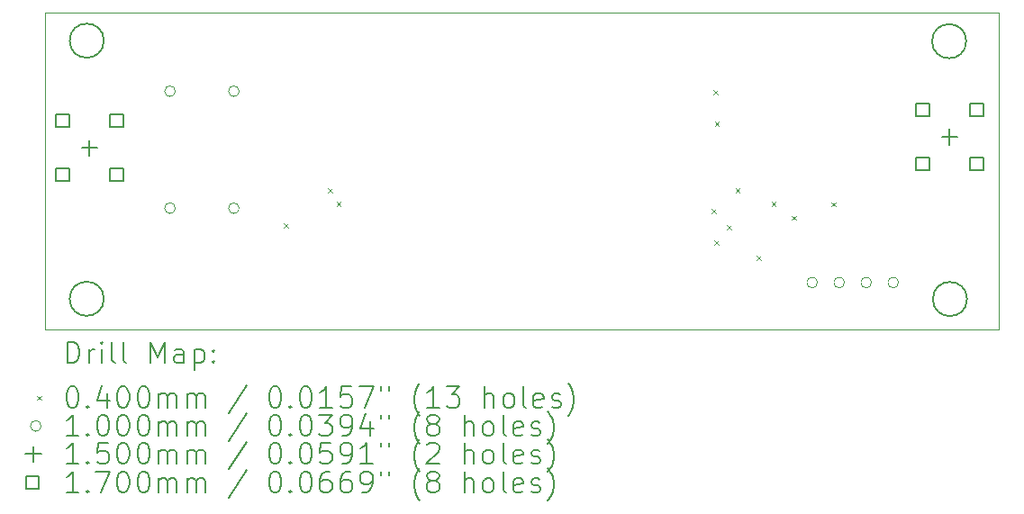
<source format=gbr>
%TF.GenerationSoftware,KiCad,Pcbnew,7.0.1*%
%TF.CreationDate,2023-09-27T15:44:37+00:00*%
%TF.ProjectId,Filter,46696c74-6572-42e6-9b69-6361645f7063,rev?*%
%TF.SameCoordinates,Original*%
%TF.FileFunction,Drillmap*%
%TF.FilePolarity,Positive*%
%FSLAX45Y45*%
G04 Gerber Fmt 4.5, Leading zero omitted, Abs format (unit mm)*
G04 Created by KiCad (PCBNEW 7.0.1) date 2023-09-27 15:44:37*
%MOMM*%
%LPD*%
G01*
G04 APERTURE LIST*
%ADD10C,0.100000*%
%ADD11C,0.200000*%
%ADD12C,0.040000*%
%ADD13C,0.150000*%
%ADD14C,0.170000*%
G04 APERTURE END LIST*
D10*
X9255000Y-7620000D02*
X18222500Y-7620000D01*
X18222500Y-10600000D01*
X9255000Y-10600000D01*
X9255000Y-7620000D01*
D11*
X9807851Y-7885000D02*
G75*
G03*
X9807851Y-7885000I-160351J0D01*
G01*
X17915351Y-7890000D02*
G75*
G03*
X17915351Y-7890000I-160351J0D01*
G01*
X17922851Y-10315000D02*
G75*
G03*
X17922851Y-10315000I-160351J0D01*
G01*
X9807851Y-10312500D02*
G75*
G03*
X9807851Y-10312500I-160351J0D01*
G01*
D12*
X11497500Y-9602500D02*
X11537500Y-9642500D01*
X11537500Y-9602500D02*
X11497500Y-9642500D01*
X11912500Y-9275000D02*
X11952500Y-9315000D01*
X11952500Y-9275000D02*
X11912500Y-9315000D01*
X11995000Y-9401000D02*
X12035000Y-9441000D01*
X12035000Y-9401000D02*
X11995000Y-9441000D01*
X15522500Y-9467500D02*
X15562500Y-9507500D01*
X15562500Y-9467500D02*
X15522500Y-9507500D01*
X15537500Y-8350000D02*
X15577500Y-8390000D01*
X15577500Y-8350000D02*
X15537500Y-8390000D01*
X15550000Y-9762500D02*
X15590000Y-9802500D01*
X15590000Y-9762500D02*
X15550000Y-9802500D01*
X15552500Y-8647500D02*
X15592500Y-8687500D01*
X15592500Y-8647500D02*
X15552500Y-8687500D01*
X15665000Y-9620000D02*
X15705000Y-9660000D01*
X15705000Y-9620000D02*
X15665000Y-9660000D01*
X15746250Y-9276000D02*
X15786250Y-9316000D01*
X15786250Y-9276000D02*
X15746250Y-9316000D01*
X15945000Y-9910000D02*
X15985000Y-9950000D01*
X15985000Y-9910000D02*
X15945000Y-9950000D01*
X16085000Y-9400000D02*
X16125000Y-9440000D01*
X16125000Y-9400000D02*
X16085000Y-9440000D01*
X16275000Y-9532500D02*
X16315000Y-9572500D01*
X16315000Y-9532500D02*
X16275000Y-9572500D01*
X16649750Y-9403500D02*
X16689750Y-9443500D01*
X16689750Y-9403500D02*
X16649750Y-9443500D01*
D10*
X10480125Y-8360250D02*
G75*
G03*
X10480125Y-8360250I-50000J0D01*
G01*
X10480125Y-9460250D02*
G75*
G03*
X10480125Y-9460250I-50000J0D01*
G01*
X11080125Y-8360250D02*
G75*
G03*
X11080125Y-8360250I-50000J0D01*
G01*
X11080125Y-9460250D02*
G75*
G03*
X11080125Y-9460250I-50000J0D01*
G01*
X16517000Y-10159750D02*
G75*
G03*
X16517000Y-10159750I-50000J0D01*
G01*
X16771000Y-10159750D02*
G75*
G03*
X16771000Y-10159750I-50000J0D01*
G01*
X17025000Y-10159750D02*
G75*
G03*
X17025000Y-10159750I-50000J0D01*
G01*
X17279000Y-10159750D02*
G75*
G03*
X17279000Y-10159750I-50000J0D01*
G01*
D13*
X9673750Y-8819250D02*
X9673750Y-8969250D01*
X9598750Y-8894250D02*
X9748750Y-8894250D01*
X17759750Y-8711500D02*
X17759750Y-8861500D01*
X17684750Y-8786500D02*
X17834750Y-8786500D01*
D14*
X9479855Y-8700355D02*
X9479855Y-8580145D01*
X9359645Y-8580145D01*
X9359645Y-8700355D01*
X9479855Y-8700355D01*
X9479855Y-9208355D02*
X9479855Y-9088145D01*
X9359645Y-9088145D01*
X9359645Y-9208355D01*
X9479855Y-9208355D01*
X9987855Y-8700355D02*
X9987855Y-8580145D01*
X9867645Y-8580145D01*
X9867645Y-8700355D01*
X9987855Y-8700355D01*
X9987855Y-9208355D02*
X9987855Y-9088145D01*
X9867645Y-9088145D01*
X9867645Y-9208355D01*
X9987855Y-9208355D01*
X17565855Y-8592605D02*
X17565855Y-8472395D01*
X17445645Y-8472395D01*
X17445645Y-8592605D01*
X17565855Y-8592605D01*
X17565855Y-9100605D02*
X17565855Y-8980395D01*
X17445645Y-8980395D01*
X17445645Y-9100605D01*
X17565855Y-9100605D01*
X18073855Y-8592605D02*
X18073855Y-8472395D01*
X17953645Y-8472395D01*
X17953645Y-8592605D01*
X18073855Y-8592605D01*
X18073855Y-9100605D02*
X18073855Y-8980395D01*
X17953645Y-8980395D01*
X17953645Y-9100605D01*
X18073855Y-9100605D01*
D11*
X9466369Y-10917524D02*
X9466369Y-10717524D01*
X9466369Y-10717524D02*
X9513988Y-10717524D01*
X9513988Y-10717524D02*
X9542560Y-10727048D01*
X9542560Y-10727048D02*
X9561607Y-10746095D01*
X9561607Y-10746095D02*
X9571131Y-10765143D01*
X9571131Y-10765143D02*
X9580655Y-10803238D01*
X9580655Y-10803238D02*
X9580655Y-10831810D01*
X9580655Y-10831810D02*
X9571131Y-10869905D01*
X9571131Y-10869905D02*
X9561607Y-10888952D01*
X9561607Y-10888952D02*
X9542560Y-10908000D01*
X9542560Y-10908000D02*
X9513988Y-10917524D01*
X9513988Y-10917524D02*
X9466369Y-10917524D01*
X9666369Y-10917524D02*
X9666369Y-10784190D01*
X9666369Y-10822286D02*
X9675893Y-10803238D01*
X9675893Y-10803238D02*
X9685417Y-10793714D01*
X9685417Y-10793714D02*
X9704464Y-10784190D01*
X9704464Y-10784190D02*
X9723512Y-10784190D01*
X9790179Y-10917524D02*
X9790179Y-10784190D01*
X9790179Y-10717524D02*
X9780655Y-10727048D01*
X9780655Y-10727048D02*
X9790179Y-10736571D01*
X9790179Y-10736571D02*
X9799702Y-10727048D01*
X9799702Y-10727048D02*
X9790179Y-10717524D01*
X9790179Y-10717524D02*
X9790179Y-10736571D01*
X9913988Y-10917524D02*
X9894940Y-10908000D01*
X9894940Y-10908000D02*
X9885417Y-10888952D01*
X9885417Y-10888952D02*
X9885417Y-10717524D01*
X10018750Y-10917524D02*
X9999702Y-10908000D01*
X9999702Y-10908000D02*
X9990179Y-10888952D01*
X9990179Y-10888952D02*
X9990179Y-10717524D01*
X10247321Y-10917524D02*
X10247321Y-10717524D01*
X10247321Y-10717524D02*
X10313988Y-10860381D01*
X10313988Y-10860381D02*
X10380655Y-10717524D01*
X10380655Y-10717524D02*
X10380655Y-10917524D01*
X10561607Y-10917524D02*
X10561607Y-10812762D01*
X10561607Y-10812762D02*
X10552083Y-10793714D01*
X10552083Y-10793714D02*
X10533036Y-10784190D01*
X10533036Y-10784190D02*
X10494940Y-10784190D01*
X10494940Y-10784190D02*
X10475893Y-10793714D01*
X10561607Y-10908000D02*
X10542560Y-10917524D01*
X10542560Y-10917524D02*
X10494940Y-10917524D01*
X10494940Y-10917524D02*
X10475893Y-10908000D01*
X10475893Y-10908000D02*
X10466369Y-10888952D01*
X10466369Y-10888952D02*
X10466369Y-10869905D01*
X10466369Y-10869905D02*
X10475893Y-10850857D01*
X10475893Y-10850857D02*
X10494940Y-10841333D01*
X10494940Y-10841333D02*
X10542560Y-10841333D01*
X10542560Y-10841333D02*
X10561607Y-10831810D01*
X10656845Y-10784190D02*
X10656845Y-10984190D01*
X10656845Y-10793714D02*
X10675893Y-10784190D01*
X10675893Y-10784190D02*
X10713988Y-10784190D01*
X10713988Y-10784190D02*
X10733036Y-10793714D01*
X10733036Y-10793714D02*
X10742560Y-10803238D01*
X10742560Y-10803238D02*
X10752083Y-10822286D01*
X10752083Y-10822286D02*
X10752083Y-10879429D01*
X10752083Y-10879429D02*
X10742560Y-10898476D01*
X10742560Y-10898476D02*
X10733036Y-10908000D01*
X10733036Y-10908000D02*
X10713988Y-10917524D01*
X10713988Y-10917524D02*
X10675893Y-10917524D01*
X10675893Y-10917524D02*
X10656845Y-10908000D01*
X10837798Y-10898476D02*
X10847321Y-10908000D01*
X10847321Y-10908000D02*
X10837798Y-10917524D01*
X10837798Y-10917524D02*
X10828274Y-10908000D01*
X10828274Y-10908000D02*
X10837798Y-10898476D01*
X10837798Y-10898476D02*
X10837798Y-10917524D01*
X10837798Y-10793714D02*
X10847321Y-10803238D01*
X10847321Y-10803238D02*
X10837798Y-10812762D01*
X10837798Y-10812762D02*
X10828274Y-10803238D01*
X10828274Y-10803238D02*
X10837798Y-10793714D01*
X10837798Y-10793714D02*
X10837798Y-10812762D01*
D12*
X9178750Y-11225000D02*
X9218750Y-11265000D01*
X9218750Y-11225000D02*
X9178750Y-11265000D01*
D11*
X9504464Y-11137524D02*
X9523512Y-11137524D01*
X9523512Y-11137524D02*
X9542560Y-11147048D01*
X9542560Y-11147048D02*
X9552083Y-11156571D01*
X9552083Y-11156571D02*
X9561607Y-11175619D01*
X9561607Y-11175619D02*
X9571131Y-11213714D01*
X9571131Y-11213714D02*
X9571131Y-11261333D01*
X9571131Y-11261333D02*
X9561607Y-11299428D01*
X9561607Y-11299428D02*
X9552083Y-11318476D01*
X9552083Y-11318476D02*
X9542560Y-11328000D01*
X9542560Y-11328000D02*
X9523512Y-11337524D01*
X9523512Y-11337524D02*
X9504464Y-11337524D01*
X9504464Y-11337524D02*
X9485417Y-11328000D01*
X9485417Y-11328000D02*
X9475893Y-11318476D01*
X9475893Y-11318476D02*
X9466369Y-11299428D01*
X9466369Y-11299428D02*
X9456845Y-11261333D01*
X9456845Y-11261333D02*
X9456845Y-11213714D01*
X9456845Y-11213714D02*
X9466369Y-11175619D01*
X9466369Y-11175619D02*
X9475893Y-11156571D01*
X9475893Y-11156571D02*
X9485417Y-11147048D01*
X9485417Y-11147048D02*
X9504464Y-11137524D01*
X9656845Y-11318476D02*
X9666369Y-11328000D01*
X9666369Y-11328000D02*
X9656845Y-11337524D01*
X9656845Y-11337524D02*
X9647321Y-11328000D01*
X9647321Y-11328000D02*
X9656845Y-11318476D01*
X9656845Y-11318476D02*
X9656845Y-11337524D01*
X9837798Y-11204190D02*
X9837798Y-11337524D01*
X9790179Y-11128000D02*
X9742560Y-11270857D01*
X9742560Y-11270857D02*
X9866369Y-11270857D01*
X9980655Y-11137524D02*
X9999702Y-11137524D01*
X9999702Y-11137524D02*
X10018750Y-11147048D01*
X10018750Y-11147048D02*
X10028274Y-11156571D01*
X10028274Y-11156571D02*
X10037798Y-11175619D01*
X10037798Y-11175619D02*
X10047321Y-11213714D01*
X10047321Y-11213714D02*
X10047321Y-11261333D01*
X10047321Y-11261333D02*
X10037798Y-11299428D01*
X10037798Y-11299428D02*
X10028274Y-11318476D01*
X10028274Y-11318476D02*
X10018750Y-11328000D01*
X10018750Y-11328000D02*
X9999702Y-11337524D01*
X9999702Y-11337524D02*
X9980655Y-11337524D01*
X9980655Y-11337524D02*
X9961607Y-11328000D01*
X9961607Y-11328000D02*
X9952083Y-11318476D01*
X9952083Y-11318476D02*
X9942560Y-11299428D01*
X9942560Y-11299428D02*
X9933036Y-11261333D01*
X9933036Y-11261333D02*
X9933036Y-11213714D01*
X9933036Y-11213714D02*
X9942560Y-11175619D01*
X9942560Y-11175619D02*
X9952083Y-11156571D01*
X9952083Y-11156571D02*
X9961607Y-11147048D01*
X9961607Y-11147048D02*
X9980655Y-11137524D01*
X10171131Y-11137524D02*
X10190179Y-11137524D01*
X10190179Y-11137524D02*
X10209226Y-11147048D01*
X10209226Y-11147048D02*
X10218750Y-11156571D01*
X10218750Y-11156571D02*
X10228274Y-11175619D01*
X10228274Y-11175619D02*
X10237798Y-11213714D01*
X10237798Y-11213714D02*
X10237798Y-11261333D01*
X10237798Y-11261333D02*
X10228274Y-11299428D01*
X10228274Y-11299428D02*
X10218750Y-11318476D01*
X10218750Y-11318476D02*
X10209226Y-11328000D01*
X10209226Y-11328000D02*
X10190179Y-11337524D01*
X10190179Y-11337524D02*
X10171131Y-11337524D01*
X10171131Y-11337524D02*
X10152083Y-11328000D01*
X10152083Y-11328000D02*
X10142560Y-11318476D01*
X10142560Y-11318476D02*
X10133036Y-11299428D01*
X10133036Y-11299428D02*
X10123512Y-11261333D01*
X10123512Y-11261333D02*
X10123512Y-11213714D01*
X10123512Y-11213714D02*
X10133036Y-11175619D01*
X10133036Y-11175619D02*
X10142560Y-11156571D01*
X10142560Y-11156571D02*
X10152083Y-11147048D01*
X10152083Y-11147048D02*
X10171131Y-11137524D01*
X10323512Y-11337524D02*
X10323512Y-11204190D01*
X10323512Y-11223238D02*
X10333036Y-11213714D01*
X10333036Y-11213714D02*
X10352083Y-11204190D01*
X10352083Y-11204190D02*
X10380655Y-11204190D01*
X10380655Y-11204190D02*
X10399702Y-11213714D01*
X10399702Y-11213714D02*
X10409226Y-11232762D01*
X10409226Y-11232762D02*
X10409226Y-11337524D01*
X10409226Y-11232762D02*
X10418750Y-11213714D01*
X10418750Y-11213714D02*
X10437798Y-11204190D01*
X10437798Y-11204190D02*
X10466369Y-11204190D01*
X10466369Y-11204190D02*
X10485417Y-11213714D01*
X10485417Y-11213714D02*
X10494941Y-11232762D01*
X10494941Y-11232762D02*
X10494941Y-11337524D01*
X10590179Y-11337524D02*
X10590179Y-11204190D01*
X10590179Y-11223238D02*
X10599702Y-11213714D01*
X10599702Y-11213714D02*
X10618750Y-11204190D01*
X10618750Y-11204190D02*
X10647322Y-11204190D01*
X10647322Y-11204190D02*
X10666369Y-11213714D01*
X10666369Y-11213714D02*
X10675893Y-11232762D01*
X10675893Y-11232762D02*
X10675893Y-11337524D01*
X10675893Y-11232762D02*
X10685417Y-11213714D01*
X10685417Y-11213714D02*
X10704464Y-11204190D01*
X10704464Y-11204190D02*
X10733036Y-11204190D01*
X10733036Y-11204190D02*
X10752083Y-11213714D01*
X10752083Y-11213714D02*
X10761607Y-11232762D01*
X10761607Y-11232762D02*
X10761607Y-11337524D01*
X11152083Y-11128000D02*
X10980655Y-11385143D01*
X11409226Y-11137524D02*
X11428274Y-11137524D01*
X11428274Y-11137524D02*
X11447322Y-11147048D01*
X11447322Y-11147048D02*
X11456845Y-11156571D01*
X11456845Y-11156571D02*
X11466369Y-11175619D01*
X11466369Y-11175619D02*
X11475893Y-11213714D01*
X11475893Y-11213714D02*
X11475893Y-11261333D01*
X11475893Y-11261333D02*
X11466369Y-11299428D01*
X11466369Y-11299428D02*
X11456845Y-11318476D01*
X11456845Y-11318476D02*
X11447322Y-11328000D01*
X11447322Y-11328000D02*
X11428274Y-11337524D01*
X11428274Y-11337524D02*
X11409226Y-11337524D01*
X11409226Y-11337524D02*
X11390179Y-11328000D01*
X11390179Y-11328000D02*
X11380655Y-11318476D01*
X11380655Y-11318476D02*
X11371131Y-11299428D01*
X11371131Y-11299428D02*
X11361607Y-11261333D01*
X11361607Y-11261333D02*
X11361607Y-11213714D01*
X11361607Y-11213714D02*
X11371131Y-11175619D01*
X11371131Y-11175619D02*
X11380655Y-11156571D01*
X11380655Y-11156571D02*
X11390179Y-11147048D01*
X11390179Y-11147048D02*
X11409226Y-11137524D01*
X11561607Y-11318476D02*
X11571131Y-11328000D01*
X11571131Y-11328000D02*
X11561607Y-11337524D01*
X11561607Y-11337524D02*
X11552083Y-11328000D01*
X11552083Y-11328000D02*
X11561607Y-11318476D01*
X11561607Y-11318476D02*
X11561607Y-11337524D01*
X11694941Y-11137524D02*
X11713988Y-11137524D01*
X11713988Y-11137524D02*
X11733036Y-11147048D01*
X11733036Y-11147048D02*
X11742560Y-11156571D01*
X11742560Y-11156571D02*
X11752083Y-11175619D01*
X11752083Y-11175619D02*
X11761607Y-11213714D01*
X11761607Y-11213714D02*
X11761607Y-11261333D01*
X11761607Y-11261333D02*
X11752083Y-11299428D01*
X11752083Y-11299428D02*
X11742560Y-11318476D01*
X11742560Y-11318476D02*
X11733036Y-11328000D01*
X11733036Y-11328000D02*
X11713988Y-11337524D01*
X11713988Y-11337524D02*
X11694941Y-11337524D01*
X11694941Y-11337524D02*
X11675893Y-11328000D01*
X11675893Y-11328000D02*
X11666369Y-11318476D01*
X11666369Y-11318476D02*
X11656845Y-11299428D01*
X11656845Y-11299428D02*
X11647322Y-11261333D01*
X11647322Y-11261333D02*
X11647322Y-11213714D01*
X11647322Y-11213714D02*
X11656845Y-11175619D01*
X11656845Y-11175619D02*
X11666369Y-11156571D01*
X11666369Y-11156571D02*
X11675893Y-11147048D01*
X11675893Y-11147048D02*
X11694941Y-11137524D01*
X11952083Y-11337524D02*
X11837798Y-11337524D01*
X11894941Y-11337524D02*
X11894941Y-11137524D01*
X11894941Y-11137524D02*
X11875893Y-11166095D01*
X11875893Y-11166095D02*
X11856845Y-11185143D01*
X11856845Y-11185143D02*
X11837798Y-11194667D01*
X12133036Y-11137524D02*
X12037798Y-11137524D01*
X12037798Y-11137524D02*
X12028274Y-11232762D01*
X12028274Y-11232762D02*
X12037798Y-11223238D01*
X12037798Y-11223238D02*
X12056845Y-11213714D01*
X12056845Y-11213714D02*
X12104464Y-11213714D01*
X12104464Y-11213714D02*
X12123512Y-11223238D01*
X12123512Y-11223238D02*
X12133036Y-11232762D01*
X12133036Y-11232762D02*
X12142560Y-11251809D01*
X12142560Y-11251809D02*
X12142560Y-11299428D01*
X12142560Y-11299428D02*
X12133036Y-11318476D01*
X12133036Y-11318476D02*
X12123512Y-11328000D01*
X12123512Y-11328000D02*
X12104464Y-11337524D01*
X12104464Y-11337524D02*
X12056845Y-11337524D01*
X12056845Y-11337524D02*
X12037798Y-11328000D01*
X12037798Y-11328000D02*
X12028274Y-11318476D01*
X12209226Y-11137524D02*
X12342560Y-11137524D01*
X12342560Y-11137524D02*
X12256845Y-11337524D01*
X12409226Y-11137524D02*
X12409226Y-11175619D01*
X12485417Y-11137524D02*
X12485417Y-11175619D01*
X12780655Y-11413714D02*
X12771131Y-11404190D01*
X12771131Y-11404190D02*
X12752084Y-11375619D01*
X12752084Y-11375619D02*
X12742560Y-11356571D01*
X12742560Y-11356571D02*
X12733036Y-11328000D01*
X12733036Y-11328000D02*
X12723512Y-11280381D01*
X12723512Y-11280381D02*
X12723512Y-11242286D01*
X12723512Y-11242286D02*
X12733036Y-11194667D01*
X12733036Y-11194667D02*
X12742560Y-11166095D01*
X12742560Y-11166095D02*
X12752084Y-11147048D01*
X12752084Y-11147048D02*
X12771131Y-11118476D01*
X12771131Y-11118476D02*
X12780655Y-11108952D01*
X12961607Y-11337524D02*
X12847322Y-11337524D01*
X12904464Y-11337524D02*
X12904464Y-11137524D01*
X12904464Y-11137524D02*
X12885417Y-11166095D01*
X12885417Y-11166095D02*
X12866369Y-11185143D01*
X12866369Y-11185143D02*
X12847322Y-11194667D01*
X13028274Y-11137524D02*
X13152084Y-11137524D01*
X13152084Y-11137524D02*
X13085417Y-11213714D01*
X13085417Y-11213714D02*
X13113988Y-11213714D01*
X13113988Y-11213714D02*
X13133036Y-11223238D01*
X13133036Y-11223238D02*
X13142560Y-11232762D01*
X13142560Y-11232762D02*
X13152084Y-11251809D01*
X13152084Y-11251809D02*
X13152084Y-11299428D01*
X13152084Y-11299428D02*
X13142560Y-11318476D01*
X13142560Y-11318476D02*
X13133036Y-11328000D01*
X13133036Y-11328000D02*
X13113988Y-11337524D01*
X13113988Y-11337524D02*
X13056845Y-11337524D01*
X13056845Y-11337524D02*
X13037798Y-11328000D01*
X13037798Y-11328000D02*
X13028274Y-11318476D01*
X13390179Y-11337524D02*
X13390179Y-11137524D01*
X13475893Y-11337524D02*
X13475893Y-11232762D01*
X13475893Y-11232762D02*
X13466369Y-11213714D01*
X13466369Y-11213714D02*
X13447322Y-11204190D01*
X13447322Y-11204190D02*
X13418750Y-11204190D01*
X13418750Y-11204190D02*
X13399703Y-11213714D01*
X13399703Y-11213714D02*
X13390179Y-11223238D01*
X13599703Y-11337524D02*
X13580655Y-11328000D01*
X13580655Y-11328000D02*
X13571131Y-11318476D01*
X13571131Y-11318476D02*
X13561607Y-11299428D01*
X13561607Y-11299428D02*
X13561607Y-11242286D01*
X13561607Y-11242286D02*
X13571131Y-11223238D01*
X13571131Y-11223238D02*
X13580655Y-11213714D01*
X13580655Y-11213714D02*
X13599703Y-11204190D01*
X13599703Y-11204190D02*
X13628274Y-11204190D01*
X13628274Y-11204190D02*
X13647322Y-11213714D01*
X13647322Y-11213714D02*
X13656846Y-11223238D01*
X13656846Y-11223238D02*
X13666369Y-11242286D01*
X13666369Y-11242286D02*
X13666369Y-11299428D01*
X13666369Y-11299428D02*
X13656846Y-11318476D01*
X13656846Y-11318476D02*
X13647322Y-11328000D01*
X13647322Y-11328000D02*
X13628274Y-11337524D01*
X13628274Y-11337524D02*
X13599703Y-11337524D01*
X13780655Y-11337524D02*
X13761607Y-11328000D01*
X13761607Y-11328000D02*
X13752084Y-11308952D01*
X13752084Y-11308952D02*
X13752084Y-11137524D01*
X13933036Y-11328000D02*
X13913988Y-11337524D01*
X13913988Y-11337524D02*
X13875893Y-11337524D01*
X13875893Y-11337524D02*
X13856846Y-11328000D01*
X13856846Y-11328000D02*
X13847322Y-11308952D01*
X13847322Y-11308952D02*
X13847322Y-11232762D01*
X13847322Y-11232762D02*
X13856846Y-11213714D01*
X13856846Y-11213714D02*
X13875893Y-11204190D01*
X13875893Y-11204190D02*
X13913988Y-11204190D01*
X13913988Y-11204190D02*
X13933036Y-11213714D01*
X13933036Y-11213714D02*
X13942560Y-11232762D01*
X13942560Y-11232762D02*
X13942560Y-11251809D01*
X13942560Y-11251809D02*
X13847322Y-11270857D01*
X14018750Y-11328000D02*
X14037798Y-11337524D01*
X14037798Y-11337524D02*
X14075893Y-11337524D01*
X14075893Y-11337524D02*
X14094941Y-11328000D01*
X14094941Y-11328000D02*
X14104465Y-11308952D01*
X14104465Y-11308952D02*
X14104465Y-11299428D01*
X14104465Y-11299428D02*
X14094941Y-11280381D01*
X14094941Y-11280381D02*
X14075893Y-11270857D01*
X14075893Y-11270857D02*
X14047322Y-11270857D01*
X14047322Y-11270857D02*
X14028274Y-11261333D01*
X14028274Y-11261333D02*
X14018750Y-11242286D01*
X14018750Y-11242286D02*
X14018750Y-11232762D01*
X14018750Y-11232762D02*
X14028274Y-11213714D01*
X14028274Y-11213714D02*
X14047322Y-11204190D01*
X14047322Y-11204190D02*
X14075893Y-11204190D01*
X14075893Y-11204190D02*
X14094941Y-11213714D01*
X14171131Y-11413714D02*
X14180655Y-11404190D01*
X14180655Y-11404190D02*
X14199703Y-11375619D01*
X14199703Y-11375619D02*
X14209227Y-11356571D01*
X14209227Y-11356571D02*
X14218750Y-11328000D01*
X14218750Y-11328000D02*
X14228274Y-11280381D01*
X14228274Y-11280381D02*
X14228274Y-11242286D01*
X14228274Y-11242286D02*
X14218750Y-11194667D01*
X14218750Y-11194667D02*
X14209227Y-11166095D01*
X14209227Y-11166095D02*
X14199703Y-11147048D01*
X14199703Y-11147048D02*
X14180655Y-11118476D01*
X14180655Y-11118476D02*
X14171131Y-11108952D01*
D10*
X9218750Y-11509000D02*
G75*
G03*
X9218750Y-11509000I-50000J0D01*
G01*
D11*
X9571131Y-11601524D02*
X9456845Y-11601524D01*
X9513988Y-11601524D02*
X9513988Y-11401524D01*
X9513988Y-11401524D02*
X9494940Y-11430095D01*
X9494940Y-11430095D02*
X9475893Y-11449143D01*
X9475893Y-11449143D02*
X9456845Y-11458667D01*
X9656845Y-11582476D02*
X9666369Y-11592000D01*
X9666369Y-11592000D02*
X9656845Y-11601524D01*
X9656845Y-11601524D02*
X9647321Y-11592000D01*
X9647321Y-11592000D02*
X9656845Y-11582476D01*
X9656845Y-11582476D02*
X9656845Y-11601524D01*
X9790179Y-11401524D02*
X9809226Y-11401524D01*
X9809226Y-11401524D02*
X9828274Y-11411048D01*
X9828274Y-11411048D02*
X9837798Y-11420571D01*
X9837798Y-11420571D02*
X9847321Y-11439619D01*
X9847321Y-11439619D02*
X9856845Y-11477714D01*
X9856845Y-11477714D02*
X9856845Y-11525333D01*
X9856845Y-11525333D02*
X9847321Y-11563428D01*
X9847321Y-11563428D02*
X9837798Y-11582476D01*
X9837798Y-11582476D02*
X9828274Y-11592000D01*
X9828274Y-11592000D02*
X9809226Y-11601524D01*
X9809226Y-11601524D02*
X9790179Y-11601524D01*
X9790179Y-11601524D02*
X9771131Y-11592000D01*
X9771131Y-11592000D02*
X9761607Y-11582476D01*
X9761607Y-11582476D02*
X9752083Y-11563428D01*
X9752083Y-11563428D02*
X9742560Y-11525333D01*
X9742560Y-11525333D02*
X9742560Y-11477714D01*
X9742560Y-11477714D02*
X9752083Y-11439619D01*
X9752083Y-11439619D02*
X9761607Y-11420571D01*
X9761607Y-11420571D02*
X9771131Y-11411048D01*
X9771131Y-11411048D02*
X9790179Y-11401524D01*
X9980655Y-11401524D02*
X9999702Y-11401524D01*
X9999702Y-11401524D02*
X10018750Y-11411048D01*
X10018750Y-11411048D02*
X10028274Y-11420571D01*
X10028274Y-11420571D02*
X10037798Y-11439619D01*
X10037798Y-11439619D02*
X10047321Y-11477714D01*
X10047321Y-11477714D02*
X10047321Y-11525333D01*
X10047321Y-11525333D02*
X10037798Y-11563428D01*
X10037798Y-11563428D02*
X10028274Y-11582476D01*
X10028274Y-11582476D02*
X10018750Y-11592000D01*
X10018750Y-11592000D02*
X9999702Y-11601524D01*
X9999702Y-11601524D02*
X9980655Y-11601524D01*
X9980655Y-11601524D02*
X9961607Y-11592000D01*
X9961607Y-11592000D02*
X9952083Y-11582476D01*
X9952083Y-11582476D02*
X9942560Y-11563428D01*
X9942560Y-11563428D02*
X9933036Y-11525333D01*
X9933036Y-11525333D02*
X9933036Y-11477714D01*
X9933036Y-11477714D02*
X9942560Y-11439619D01*
X9942560Y-11439619D02*
X9952083Y-11420571D01*
X9952083Y-11420571D02*
X9961607Y-11411048D01*
X9961607Y-11411048D02*
X9980655Y-11401524D01*
X10171131Y-11401524D02*
X10190179Y-11401524D01*
X10190179Y-11401524D02*
X10209226Y-11411048D01*
X10209226Y-11411048D02*
X10218750Y-11420571D01*
X10218750Y-11420571D02*
X10228274Y-11439619D01*
X10228274Y-11439619D02*
X10237798Y-11477714D01*
X10237798Y-11477714D02*
X10237798Y-11525333D01*
X10237798Y-11525333D02*
X10228274Y-11563428D01*
X10228274Y-11563428D02*
X10218750Y-11582476D01*
X10218750Y-11582476D02*
X10209226Y-11592000D01*
X10209226Y-11592000D02*
X10190179Y-11601524D01*
X10190179Y-11601524D02*
X10171131Y-11601524D01*
X10171131Y-11601524D02*
X10152083Y-11592000D01*
X10152083Y-11592000D02*
X10142560Y-11582476D01*
X10142560Y-11582476D02*
X10133036Y-11563428D01*
X10133036Y-11563428D02*
X10123512Y-11525333D01*
X10123512Y-11525333D02*
X10123512Y-11477714D01*
X10123512Y-11477714D02*
X10133036Y-11439619D01*
X10133036Y-11439619D02*
X10142560Y-11420571D01*
X10142560Y-11420571D02*
X10152083Y-11411048D01*
X10152083Y-11411048D02*
X10171131Y-11401524D01*
X10323512Y-11601524D02*
X10323512Y-11468190D01*
X10323512Y-11487238D02*
X10333036Y-11477714D01*
X10333036Y-11477714D02*
X10352083Y-11468190D01*
X10352083Y-11468190D02*
X10380655Y-11468190D01*
X10380655Y-11468190D02*
X10399702Y-11477714D01*
X10399702Y-11477714D02*
X10409226Y-11496762D01*
X10409226Y-11496762D02*
X10409226Y-11601524D01*
X10409226Y-11496762D02*
X10418750Y-11477714D01*
X10418750Y-11477714D02*
X10437798Y-11468190D01*
X10437798Y-11468190D02*
X10466369Y-11468190D01*
X10466369Y-11468190D02*
X10485417Y-11477714D01*
X10485417Y-11477714D02*
X10494941Y-11496762D01*
X10494941Y-11496762D02*
X10494941Y-11601524D01*
X10590179Y-11601524D02*
X10590179Y-11468190D01*
X10590179Y-11487238D02*
X10599702Y-11477714D01*
X10599702Y-11477714D02*
X10618750Y-11468190D01*
X10618750Y-11468190D02*
X10647322Y-11468190D01*
X10647322Y-11468190D02*
X10666369Y-11477714D01*
X10666369Y-11477714D02*
X10675893Y-11496762D01*
X10675893Y-11496762D02*
X10675893Y-11601524D01*
X10675893Y-11496762D02*
X10685417Y-11477714D01*
X10685417Y-11477714D02*
X10704464Y-11468190D01*
X10704464Y-11468190D02*
X10733036Y-11468190D01*
X10733036Y-11468190D02*
X10752083Y-11477714D01*
X10752083Y-11477714D02*
X10761607Y-11496762D01*
X10761607Y-11496762D02*
X10761607Y-11601524D01*
X11152083Y-11392000D02*
X10980655Y-11649143D01*
X11409226Y-11401524D02*
X11428274Y-11401524D01*
X11428274Y-11401524D02*
X11447322Y-11411048D01*
X11447322Y-11411048D02*
X11456845Y-11420571D01*
X11456845Y-11420571D02*
X11466369Y-11439619D01*
X11466369Y-11439619D02*
X11475893Y-11477714D01*
X11475893Y-11477714D02*
X11475893Y-11525333D01*
X11475893Y-11525333D02*
X11466369Y-11563428D01*
X11466369Y-11563428D02*
X11456845Y-11582476D01*
X11456845Y-11582476D02*
X11447322Y-11592000D01*
X11447322Y-11592000D02*
X11428274Y-11601524D01*
X11428274Y-11601524D02*
X11409226Y-11601524D01*
X11409226Y-11601524D02*
X11390179Y-11592000D01*
X11390179Y-11592000D02*
X11380655Y-11582476D01*
X11380655Y-11582476D02*
X11371131Y-11563428D01*
X11371131Y-11563428D02*
X11361607Y-11525333D01*
X11361607Y-11525333D02*
X11361607Y-11477714D01*
X11361607Y-11477714D02*
X11371131Y-11439619D01*
X11371131Y-11439619D02*
X11380655Y-11420571D01*
X11380655Y-11420571D02*
X11390179Y-11411048D01*
X11390179Y-11411048D02*
X11409226Y-11401524D01*
X11561607Y-11582476D02*
X11571131Y-11592000D01*
X11571131Y-11592000D02*
X11561607Y-11601524D01*
X11561607Y-11601524D02*
X11552083Y-11592000D01*
X11552083Y-11592000D02*
X11561607Y-11582476D01*
X11561607Y-11582476D02*
X11561607Y-11601524D01*
X11694941Y-11401524D02*
X11713988Y-11401524D01*
X11713988Y-11401524D02*
X11733036Y-11411048D01*
X11733036Y-11411048D02*
X11742560Y-11420571D01*
X11742560Y-11420571D02*
X11752083Y-11439619D01*
X11752083Y-11439619D02*
X11761607Y-11477714D01*
X11761607Y-11477714D02*
X11761607Y-11525333D01*
X11761607Y-11525333D02*
X11752083Y-11563428D01*
X11752083Y-11563428D02*
X11742560Y-11582476D01*
X11742560Y-11582476D02*
X11733036Y-11592000D01*
X11733036Y-11592000D02*
X11713988Y-11601524D01*
X11713988Y-11601524D02*
X11694941Y-11601524D01*
X11694941Y-11601524D02*
X11675893Y-11592000D01*
X11675893Y-11592000D02*
X11666369Y-11582476D01*
X11666369Y-11582476D02*
X11656845Y-11563428D01*
X11656845Y-11563428D02*
X11647322Y-11525333D01*
X11647322Y-11525333D02*
X11647322Y-11477714D01*
X11647322Y-11477714D02*
X11656845Y-11439619D01*
X11656845Y-11439619D02*
X11666369Y-11420571D01*
X11666369Y-11420571D02*
X11675893Y-11411048D01*
X11675893Y-11411048D02*
X11694941Y-11401524D01*
X11828274Y-11401524D02*
X11952083Y-11401524D01*
X11952083Y-11401524D02*
X11885417Y-11477714D01*
X11885417Y-11477714D02*
X11913988Y-11477714D01*
X11913988Y-11477714D02*
X11933036Y-11487238D01*
X11933036Y-11487238D02*
X11942560Y-11496762D01*
X11942560Y-11496762D02*
X11952083Y-11515809D01*
X11952083Y-11515809D02*
X11952083Y-11563428D01*
X11952083Y-11563428D02*
X11942560Y-11582476D01*
X11942560Y-11582476D02*
X11933036Y-11592000D01*
X11933036Y-11592000D02*
X11913988Y-11601524D01*
X11913988Y-11601524D02*
X11856845Y-11601524D01*
X11856845Y-11601524D02*
X11837798Y-11592000D01*
X11837798Y-11592000D02*
X11828274Y-11582476D01*
X12047322Y-11601524D02*
X12085417Y-11601524D01*
X12085417Y-11601524D02*
X12104464Y-11592000D01*
X12104464Y-11592000D02*
X12113988Y-11582476D01*
X12113988Y-11582476D02*
X12133036Y-11553905D01*
X12133036Y-11553905D02*
X12142560Y-11515809D01*
X12142560Y-11515809D02*
X12142560Y-11439619D01*
X12142560Y-11439619D02*
X12133036Y-11420571D01*
X12133036Y-11420571D02*
X12123512Y-11411048D01*
X12123512Y-11411048D02*
X12104464Y-11401524D01*
X12104464Y-11401524D02*
X12066369Y-11401524D01*
X12066369Y-11401524D02*
X12047322Y-11411048D01*
X12047322Y-11411048D02*
X12037798Y-11420571D01*
X12037798Y-11420571D02*
X12028274Y-11439619D01*
X12028274Y-11439619D02*
X12028274Y-11487238D01*
X12028274Y-11487238D02*
X12037798Y-11506286D01*
X12037798Y-11506286D02*
X12047322Y-11515809D01*
X12047322Y-11515809D02*
X12066369Y-11525333D01*
X12066369Y-11525333D02*
X12104464Y-11525333D01*
X12104464Y-11525333D02*
X12123512Y-11515809D01*
X12123512Y-11515809D02*
X12133036Y-11506286D01*
X12133036Y-11506286D02*
X12142560Y-11487238D01*
X12313988Y-11468190D02*
X12313988Y-11601524D01*
X12266369Y-11392000D02*
X12218750Y-11534857D01*
X12218750Y-11534857D02*
X12342560Y-11534857D01*
X12409226Y-11401524D02*
X12409226Y-11439619D01*
X12485417Y-11401524D02*
X12485417Y-11439619D01*
X12780655Y-11677714D02*
X12771131Y-11668190D01*
X12771131Y-11668190D02*
X12752084Y-11639619D01*
X12752084Y-11639619D02*
X12742560Y-11620571D01*
X12742560Y-11620571D02*
X12733036Y-11592000D01*
X12733036Y-11592000D02*
X12723512Y-11544381D01*
X12723512Y-11544381D02*
X12723512Y-11506286D01*
X12723512Y-11506286D02*
X12733036Y-11458667D01*
X12733036Y-11458667D02*
X12742560Y-11430095D01*
X12742560Y-11430095D02*
X12752084Y-11411048D01*
X12752084Y-11411048D02*
X12771131Y-11382476D01*
X12771131Y-11382476D02*
X12780655Y-11372952D01*
X12885417Y-11487238D02*
X12866369Y-11477714D01*
X12866369Y-11477714D02*
X12856845Y-11468190D01*
X12856845Y-11468190D02*
X12847322Y-11449143D01*
X12847322Y-11449143D02*
X12847322Y-11439619D01*
X12847322Y-11439619D02*
X12856845Y-11420571D01*
X12856845Y-11420571D02*
X12866369Y-11411048D01*
X12866369Y-11411048D02*
X12885417Y-11401524D01*
X12885417Y-11401524D02*
X12923512Y-11401524D01*
X12923512Y-11401524D02*
X12942560Y-11411048D01*
X12942560Y-11411048D02*
X12952084Y-11420571D01*
X12952084Y-11420571D02*
X12961607Y-11439619D01*
X12961607Y-11439619D02*
X12961607Y-11449143D01*
X12961607Y-11449143D02*
X12952084Y-11468190D01*
X12952084Y-11468190D02*
X12942560Y-11477714D01*
X12942560Y-11477714D02*
X12923512Y-11487238D01*
X12923512Y-11487238D02*
X12885417Y-11487238D01*
X12885417Y-11487238D02*
X12866369Y-11496762D01*
X12866369Y-11496762D02*
X12856845Y-11506286D01*
X12856845Y-11506286D02*
X12847322Y-11525333D01*
X12847322Y-11525333D02*
X12847322Y-11563428D01*
X12847322Y-11563428D02*
X12856845Y-11582476D01*
X12856845Y-11582476D02*
X12866369Y-11592000D01*
X12866369Y-11592000D02*
X12885417Y-11601524D01*
X12885417Y-11601524D02*
X12923512Y-11601524D01*
X12923512Y-11601524D02*
X12942560Y-11592000D01*
X12942560Y-11592000D02*
X12952084Y-11582476D01*
X12952084Y-11582476D02*
X12961607Y-11563428D01*
X12961607Y-11563428D02*
X12961607Y-11525333D01*
X12961607Y-11525333D02*
X12952084Y-11506286D01*
X12952084Y-11506286D02*
X12942560Y-11496762D01*
X12942560Y-11496762D02*
X12923512Y-11487238D01*
X13199703Y-11601524D02*
X13199703Y-11401524D01*
X13285417Y-11601524D02*
X13285417Y-11496762D01*
X13285417Y-11496762D02*
X13275893Y-11477714D01*
X13275893Y-11477714D02*
X13256846Y-11468190D01*
X13256846Y-11468190D02*
X13228274Y-11468190D01*
X13228274Y-11468190D02*
X13209226Y-11477714D01*
X13209226Y-11477714D02*
X13199703Y-11487238D01*
X13409226Y-11601524D02*
X13390179Y-11592000D01*
X13390179Y-11592000D02*
X13380655Y-11582476D01*
X13380655Y-11582476D02*
X13371131Y-11563428D01*
X13371131Y-11563428D02*
X13371131Y-11506286D01*
X13371131Y-11506286D02*
X13380655Y-11487238D01*
X13380655Y-11487238D02*
X13390179Y-11477714D01*
X13390179Y-11477714D02*
X13409226Y-11468190D01*
X13409226Y-11468190D02*
X13437798Y-11468190D01*
X13437798Y-11468190D02*
X13456846Y-11477714D01*
X13456846Y-11477714D02*
X13466369Y-11487238D01*
X13466369Y-11487238D02*
X13475893Y-11506286D01*
X13475893Y-11506286D02*
X13475893Y-11563428D01*
X13475893Y-11563428D02*
X13466369Y-11582476D01*
X13466369Y-11582476D02*
X13456846Y-11592000D01*
X13456846Y-11592000D02*
X13437798Y-11601524D01*
X13437798Y-11601524D02*
X13409226Y-11601524D01*
X13590179Y-11601524D02*
X13571131Y-11592000D01*
X13571131Y-11592000D02*
X13561607Y-11572952D01*
X13561607Y-11572952D02*
X13561607Y-11401524D01*
X13742560Y-11592000D02*
X13723512Y-11601524D01*
X13723512Y-11601524D02*
X13685417Y-11601524D01*
X13685417Y-11601524D02*
X13666369Y-11592000D01*
X13666369Y-11592000D02*
X13656846Y-11572952D01*
X13656846Y-11572952D02*
X13656846Y-11496762D01*
X13656846Y-11496762D02*
X13666369Y-11477714D01*
X13666369Y-11477714D02*
X13685417Y-11468190D01*
X13685417Y-11468190D02*
X13723512Y-11468190D01*
X13723512Y-11468190D02*
X13742560Y-11477714D01*
X13742560Y-11477714D02*
X13752084Y-11496762D01*
X13752084Y-11496762D02*
X13752084Y-11515809D01*
X13752084Y-11515809D02*
X13656846Y-11534857D01*
X13828274Y-11592000D02*
X13847322Y-11601524D01*
X13847322Y-11601524D02*
X13885417Y-11601524D01*
X13885417Y-11601524D02*
X13904465Y-11592000D01*
X13904465Y-11592000D02*
X13913988Y-11572952D01*
X13913988Y-11572952D02*
X13913988Y-11563428D01*
X13913988Y-11563428D02*
X13904465Y-11544381D01*
X13904465Y-11544381D02*
X13885417Y-11534857D01*
X13885417Y-11534857D02*
X13856846Y-11534857D01*
X13856846Y-11534857D02*
X13837798Y-11525333D01*
X13837798Y-11525333D02*
X13828274Y-11506286D01*
X13828274Y-11506286D02*
X13828274Y-11496762D01*
X13828274Y-11496762D02*
X13837798Y-11477714D01*
X13837798Y-11477714D02*
X13856846Y-11468190D01*
X13856846Y-11468190D02*
X13885417Y-11468190D01*
X13885417Y-11468190D02*
X13904465Y-11477714D01*
X13980655Y-11677714D02*
X13990179Y-11668190D01*
X13990179Y-11668190D02*
X14009227Y-11639619D01*
X14009227Y-11639619D02*
X14018750Y-11620571D01*
X14018750Y-11620571D02*
X14028274Y-11592000D01*
X14028274Y-11592000D02*
X14037798Y-11544381D01*
X14037798Y-11544381D02*
X14037798Y-11506286D01*
X14037798Y-11506286D02*
X14028274Y-11458667D01*
X14028274Y-11458667D02*
X14018750Y-11430095D01*
X14018750Y-11430095D02*
X14009227Y-11411048D01*
X14009227Y-11411048D02*
X13990179Y-11382476D01*
X13990179Y-11382476D02*
X13980655Y-11372952D01*
D13*
X9143750Y-11698000D02*
X9143750Y-11848000D01*
X9068750Y-11773000D02*
X9218750Y-11773000D01*
D11*
X9571131Y-11865524D02*
X9456845Y-11865524D01*
X9513988Y-11865524D02*
X9513988Y-11665524D01*
X9513988Y-11665524D02*
X9494940Y-11694095D01*
X9494940Y-11694095D02*
X9475893Y-11713143D01*
X9475893Y-11713143D02*
X9456845Y-11722667D01*
X9656845Y-11846476D02*
X9666369Y-11856000D01*
X9666369Y-11856000D02*
X9656845Y-11865524D01*
X9656845Y-11865524D02*
X9647321Y-11856000D01*
X9647321Y-11856000D02*
X9656845Y-11846476D01*
X9656845Y-11846476D02*
X9656845Y-11865524D01*
X9847321Y-11665524D02*
X9752083Y-11665524D01*
X9752083Y-11665524D02*
X9742560Y-11760762D01*
X9742560Y-11760762D02*
X9752083Y-11751238D01*
X9752083Y-11751238D02*
X9771131Y-11741714D01*
X9771131Y-11741714D02*
X9818750Y-11741714D01*
X9818750Y-11741714D02*
X9837798Y-11751238D01*
X9837798Y-11751238D02*
X9847321Y-11760762D01*
X9847321Y-11760762D02*
X9856845Y-11779809D01*
X9856845Y-11779809D02*
X9856845Y-11827428D01*
X9856845Y-11827428D02*
X9847321Y-11846476D01*
X9847321Y-11846476D02*
X9837798Y-11856000D01*
X9837798Y-11856000D02*
X9818750Y-11865524D01*
X9818750Y-11865524D02*
X9771131Y-11865524D01*
X9771131Y-11865524D02*
X9752083Y-11856000D01*
X9752083Y-11856000D02*
X9742560Y-11846476D01*
X9980655Y-11665524D02*
X9999702Y-11665524D01*
X9999702Y-11665524D02*
X10018750Y-11675048D01*
X10018750Y-11675048D02*
X10028274Y-11684571D01*
X10028274Y-11684571D02*
X10037798Y-11703619D01*
X10037798Y-11703619D02*
X10047321Y-11741714D01*
X10047321Y-11741714D02*
X10047321Y-11789333D01*
X10047321Y-11789333D02*
X10037798Y-11827428D01*
X10037798Y-11827428D02*
X10028274Y-11846476D01*
X10028274Y-11846476D02*
X10018750Y-11856000D01*
X10018750Y-11856000D02*
X9999702Y-11865524D01*
X9999702Y-11865524D02*
X9980655Y-11865524D01*
X9980655Y-11865524D02*
X9961607Y-11856000D01*
X9961607Y-11856000D02*
X9952083Y-11846476D01*
X9952083Y-11846476D02*
X9942560Y-11827428D01*
X9942560Y-11827428D02*
X9933036Y-11789333D01*
X9933036Y-11789333D02*
X9933036Y-11741714D01*
X9933036Y-11741714D02*
X9942560Y-11703619D01*
X9942560Y-11703619D02*
X9952083Y-11684571D01*
X9952083Y-11684571D02*
X9961607Y-11675048D01*
X9961607Y-11675048D02*
X9980655Y-11665524D01*
X10171131Y-11665524D02*
X10190179Y-11665524D01*
X10190179Y-11665524D02*
X10209226Y-11675048D01*
X10209226Y-11675048D02*
X10218750Y-11684571D01*
X10218750Y-11684571D02*
X10228274Y-11703619D01*
X10228274Y-11703619D02*
X10237798Y-11741714D01*
X10237798Y-11741714D02*
X10237798Y-11789333D01*
X10237798Y-11789333D02*
X10228274Y-11827428D01*
X10228274Y-11827428D02*
X10218750Y-11846476D01*
X10218750Y-11846476D02*
X10209226Y-11856000D01*
X10209226Y-11856000D02*
X10190179Y-11865524D01*
X10190179Y-11865524D02*
X10171131Y-11865524D01*
X10171131Y-11865524D02*
X10152083Y-11856000D01*
X10152083Y-11856000D02*
X10142560Y-11846476D01*
X10142560Y-11846476D02*
X10133036Y-11827428D01*
X10133036Y-11827428D02*
X10123512Y-11789333D01*
X10123512Y-11789333D02*
X10123512Y-11741714D01*
X10123512Y-11741714D02*
X10133036Y-11703619D01*
X10133036Y-11703619D02*
X10142560Y-11684571D01*
X10142560Y-11684571D02*
X10152083Y-11675048D01*
X10152083Y-11675048D02*
X10171131Y-11665524D01*
X10323512Y-11865524D02*
X10323512Y-11732190D01*
X10323512Y-11751238D02*
X10333036Y-11741714D01*
X10333036Y-11741714D02*
X10352083Y-11732190D01*
X10352083Y-11732190D02*
X10380655Y-11732190D01*
X10380655Y-11732190D02*
X10399702Y-11741714D01*
X10399702Y-11741714D02*
X10409226Y-11760762D01*
X10409226Y-11760762D02*
X10409226Y-11865524D01*
X10409226Y-11760762D02*
X10418750Y-11741714D01*
X10418750Y-11741714D02*
X10437798Y-11732190D01*
X10437798Y-11732190D02*
X10466369Y-11732190D01*
X10466369Y-11732190D02*
X10485417Y-11741714D01*
X10485417Y-11741714D02*
X10494941Y-11760762D01*
X10494941Y-11760762D02*
X10494941Y-11865524D01*
X10590179Y-11865524D02*
X10590179Y-11732190D01*
X10590179Y-11751238D02*
X10599702Y-11741714D01*
X10599702Y-11741714D02*
X10618750Y-11732190D01*
X10618750Y-11732190D02*
X10647322Y-11732190D01*
X10647322Y-11732190D02*
X10666369Y-11741714D01*
X10666369Y-11741714D02*
X10675893Y-11760762D01*
X10675893Y-11760762D02*
X10675893Y-11865524D01*
X10675893Y-11760762D02*
X10685417Y-11741714D01*
X10685417Y-11741714D02*
X10704464Y-11732190D01*
X10704464Y-11732190D02*
X10733036Y-11732190D01*
X10733036Y-11732190D02*
X10752083Y-11741714D01*
X10752083Y-11741714D02*
X10761607Y-11760762D01*
X10761607Y-11760762D02*
X10761607Y-11865524D01*
X11152083Y-11656000D02*
X10980655Y-11913143D01*
X11409226Y-11665524D02*
X11428274Y-11665524D01*
X11428274Y-11665524D02*
X11447322Y-11675048D01*
X11447322Y-11675048D02*
X11456845Y-11684571D01*
X11456845Y-11684571D02*
X11466369Y-11703619D01*
X11466369Y-11703619D02*
X11475893Y-11741714D01*
X11475893Y-11741714D02*
X11475893Y-11789333D01*
X11475893Y-11789333D02*
X11466369Y-11827428D01*
X11466369Y-11827428D02*
X11456845Y-11846476D01*
X11456845Y-11846476D02*
X11447322Y-11856000D01*
X11447322Y-11856000D02*
X11428274Y-11865524D01*
X11428274Y-11865524D02*
X11409226Y-11865524D01*
X11409226Y-11865524D02*
X11390179Y-11856000D01*
X11390179Y-11856000D02*
X11380655Y-11846476D01*
X11380655Y-11846476D02*
X11371131Y-11827428D01*
X11371131Y-11827428D02*
X11361607Y-11789333D01*
X11361607Y-11789333D02*
X11361607Y-11741714D01*
X11361607Y-11741714D02*
X11371131Y-11703619D01*
X11371131Y-11703619D02*
X11380655Y-11684571D01*
X11380655Y-11684571D02*
X11390179Y-11675048D01*
X11390179Y-11675048D02*
X11409226Y-11665524D01*
X11561607Y-11846476D02*
X11571131Y-11856000D01*
X11571131Y-11856000D02*
X11561607Y-11865524D01*
X11561607Y-11865524D02*
X11552083Y-11856000D01*
X11552083Y-11856000D02*
X11561607Y-11846476D01*
X11561607Y-11846476D02*
X11561607Y-11865524D01*
X11694941Y-11665524D02*
X11713988Y-11665524D01*
X11713988Y-11665524D02*
X11733036Y-11675048D01*
X11733036Y-11675048D02*
X11742560Y-11684571D01*
X11742560Y-11684571D02*
X11752083Y-11703619D01*
X11752083Y-11703619D02*
X11761607Y-11741714D01*
X11761607Y-11741714D02*
X11761607Y-11789333D01*
X11761607Y-11789333D02*
X11752083Y-11827428D01*
X11752083Y-11827428D02*
X11742560Y-11846476D01*
X11742560Y-11846476D02*
X11733036Y-11856000D01*
X11733036Y-11856000D02*
X11713988Y-11865524D01*
X11713988Y-11865524D02*
X11694941Y-11865524D01*
X11694941Y-11865524D02*
X11675893Y-11856000D01*
X11675893Y-11856000D02*
X11666369Y-11846476D01*
X11666369Y-11846476D02*
X11656845Y-11827428D01*
X11656845Y-11827428D02*
X11647322Y-11789333D01*
X11647322Y-11789333D02*
X11647322Y-11741714D01*
X11647322Y-11741714D02*
X11656845Y-11703619D01*
X11656845Y-11703619D02*
X11666369Y-11684571D01*
X11666369Y-11684571D02*
X11675893Y-11675048D01*
X11675893Y-11675048D02*
X11694941Y-11665524D01*
X11942560Y-11665524D02*
X11847322Y-11665524D01*
X11847322Y-11665524D02*
X11837798Y-11760762D01*
X11837798Y-11760762D02*
X11847322Y-11751238D01*
X11847322Y-11751238D02*
X11866369Y-11741714D01*
X11866369Y-11741714D02*
X11913988Y-11741714D01*
X11913988Y-11741714D02*
X11933036Y-11751238D01*
X11933036Y-11751238D02*
X11942560Y-11760762D01*
X11942560Y-11760762D02*
X11952083Y-11779809D01*
X11952083Y-11779809D02*
X11952083Y-11827428D01*
X11952083Y-11827428D02*
X11942560Y-11846476D01*
X11942560Y-11846476D02*
X11933036Y-11856000D01*
X11933036Y-11856000D02*
X11913988Y-11865524D01*
X11913988Y-11865524D02*
X11866369Y-11865524D01*
X11866369Y-11865524D02*
X11847322Y-11856000D01*
X11847322Y-11856000D02*
X11837798Y-11846476D01*
X12047322Y-11865524D02*
X12085417Y-11865524D01*
X12085417Y-11865524D02*
X12104464Y-11856000D01*
X12104464Y-11856000D02*
X12113988Y-11846476D01*
X12113988Y-11846476D02*
X12133036Y-11817905D01*
X12133036Y-11817905D02*
X12142560Y-11779809D01*
X12142560Y-11779809D02*
X12142560Y-11703619D01*
X12142560Y-11703619D02*
X12133036Y-11684571D01*
X12133036Y-11684571D02*
X12123512Y-11675048D01*
X12123512Y-11675048D02*
X12104464Y-11665524D01*
X12104464Y-11665524D02*
X12066369Y-11665524D01*
X12066369Y-11665524D02*
X12047322Y-11675048D01*
X12047322Y-11675048D02*
X12037798Y-11684571D01*
X12037798Y-11684571D02*
X12028274Y-11703619D01*
X12028274Y-11703619D02*
X12028274Y-11751238D01*
X12028274Y-11751238D02*
X12037798Y-11770286D01*
X12037798Y-11770286D02*
X12047322Y-11779809D01*
X12047322Y-11779809D02*
X12066369Y-11789333D01*
X12066369Y-11789333D02*
X12104464Y-11789333D01*
X12104464Y-11789333D02*
X12123512Y-11779809D01*
X12123512Y-11779809D02*
X12133036Y-11770286D01*
X12133036Y-11770286D02*
X12142560Y-11751238D01*
X12333036Y-11865524D02*
X12218750Y-11865524D01*
X12275893Y-11865524D02*
X12275893Y-11665524D01*
X12275893Y-11665524D02*
X12256845Y-11694095D01*
X12256845Y-11694095D02*
X12237798Y-11713143D01*
X12237798Y-11713143D02*
X12218750Y-11722667D01*
X12409226Y-11665524D02*
X12409226Y-11703619D01*
X12485417Y-11665524D02*
X12485417Y-11703619D01*
X12780655Y-11941714D02*
X12771131Y-11932190D01*
X12771131Y-11932190D02*
X12752084Y-11903619D01*
X12752084Y-11903619D02*
X12742560Y-11884571D01*
X12742560Y-11884571D02*
X12733036Y-11856000D01*
X12733036Y-11856000D02*
X12723512Y-11808381D01*
X12723512Y-11808381D02*
X12723512Y-11770286D01*
X12723512Y-11770286D02*
X12733036Y-11722667D01*
X12733036Y-11722667D02*
X12742560Y-11694095D01*
X12742560Y-11694095D02*
X12752084Y-11675048D01*
X12752084Y-11675048D02*
X12771131Y-11646476D01*
X12771131Y-11646476D02*
X12780655Y-11636952D01*
X12847322Y-11684571D02*
X12856845Y-11675048D01*
X12856845Y-11675048D02*
X12875893Y-11665524D01*
X12875893Y-11665524D02*
X12923512Y-11665524D01*
X12923512Y-11665524D02*
X12942560Y-11675048D01*
X12942560Y-11675048D02*
X12952084Y-11684571D01*
X12952084Y-11684571D02*
X12961607Y-11703619D01*
X12961607Y-11703619D02*
X12961607Y-11722667D01*
X12961607Y-11722667D02*
X12952084Y-11751238D01*
X12952084Y-11751238D02*
X12837798Y-11865524D01*
X12837798Y-11865524D02*
X12961607Y-11865524D01*
X13199703Y-11865524D02*
X13199703Y-11665524D01*
X13285417Y-11865524D02*
X13285417Y-11760762D01*
X13285417Y-11760762D02*
X13275893Y-11741714D01*
X13275893Y-11741714D02*
X13256846Y-11732190D01*
X13256846Y-11732190D02*
X13228274Y-11732190D01*
X13228274Y-11732190D02*
X13209226Y-11741714D01*
X13209226Y-11741714D02*
X13199703Y-11751238D01*
X13409226Y-11865524D02*
X13390179Y-11856000D01*
X13390179Y-11856000D02*
X13380655Y-11846476D01*
X13380655Y-11846476D02*
X13371131Y-11827428D01*
X13371131Y-11827428D02*
X13371131Y-11770286D01*
X13371131Y-11770286D02*
X13380655Y-11751238D01*
X13380655Y-11751238D02*
X13390179Y-11741714D01*
X13390179Y-11741714D02*
X13409226Y-11732190D01*
X13409226Y-11732190D02*
X13437798Y-11732190D01*
X13437798Y-11732190D02*
X13456846Y-11741714D01*
X13456846Y-11741714D02*
X13466369Y-11751238D01*
X13466369Y-11751238D02*
X13475893Y-11770286D01*
X13475893Y-11770286D02*
X13475893Y-11827428D01*
X13475893Y-11827428D02*
X13466369Y-11846476D01*
X13466369Y-11846476D02*
X13456846Y-11856000D01*
X13456846Y-11856000D02*
X13437798Y-11865524D01*
X13437798Y-11865524D02*
X13409226Y-11865524D01*
X13590179Y-11865524D02*
X13571131Y-11856000D01*
X13571131Y-11856000D02*
X13561607Y-11836952D01*
X13561607Y-11836952D02*
X13561607Y-11665524D01*
X13742560Y-11856000D02*
X13723512Y-11865524D01*
X13723512Y-11865524D02*
X13685417Y-11865524D01*
X13685417Y-11865524D02*
X13666369Y-11856000D01*
X13666369Y-11856000D02*
X13656846Y-11836952D01*
X13656846Y-11836952D02*
X13656846Y-11760762D01*
X13656846Y-11760762D02*
X13666369Y-11741714D01*
X13666369Y-11741714D02*
X13685417Y-11732190D01*
X13685417Y-11732190D02*
X13723512Y-11732190D01*
X13723512Y-11732190D02*
X13742560Y-11741714D01*
X13742560Y-11741714D02*
X13752084Y-11760762D01*
X13752084Y-11760762D02*
X13752084Y-11779809D01*
X13752084Y-11779809D02*
X13656846Y-11798857D01*
X13828274Y-11856000D02*
X13847322Y-11865524D01*
X13847322Y-11865524D02*
X13885417Y-11865524D01*
X13885417Y-11865524D02*
X13904465Y-11856000D01*
X13904465Y-11856000D02*
X13913988Y-11836952D01*
X13913988Y-11836952D02*
X13913988Y-11827428D01*
X13913988Y-11827428D02*
X13904465Y-11808381D01*
X13904465Y-11808381D02*
X13885417Y-11798857D01*
X13885417Y-11798857D02*
X13856846Y-11798857D01*
X13856846Y-11798857D02*
X13837798Y-11789333D01*
X13837798Y-11789333D02*
X13828274Y-11770286D01*
X13828274Y-11770286D02*
X13828274Y-11760762D01*
X13828274Y-11760762D02*
X13837798Y-11741714D01*
X13837798Y-11741714D02*
X13856846Y-11732190D01*
X13856846Y-11732190D02*
X13885417Y-11732190D01*
X13885417Y-11732190D02*
X13904465Y-11741714D01*
X13980655Y-11941714D02*
X13990179Y-11932190D01*
X13990179Y-11932190D02*
X14009227Y-11903619D01*
X14009227Y-11903619D02*
X14018750Y-11884571D01*
X14018750Y-11884571D02*
X14028274Y-11856000D01*
X14028274Y-11856000D02*
X14037798Y-11808381D01*
X14037798Y-11808381D02*
X14037798Y-11770286D01*
X14037798Y-11770286D02*
X14028274Y-11722667D01*
X14028274Y-11722667D02*
X14018750Y-11694095D01*
X14018750Y-11694095D02*
X14009227Y-11675048D01*
X14009227Y-11675048D02*
X13990179Y-11646476D01*
X13990179Y-11646476D02*
X13980655Y-11636952D01*
D14*
X9193855Y-12103105D02*
X9193855Y-11982895D01*
X9073645Y-11982895D01*
X9073645Y-12103105D01*
X9193855Y-12103105D01*
D11*
X9571131Y-12135524D02*
X9456845Y-12135524D01*
X9513988Y-12135524D02*
X9513988Y-11935524D01*
X9513988Y-11935524D02*
X9494940Y-11964095D01*
X9494940Y-11964095D02*
X9475893Y-11983143D01*
X9475893Y-11983143D02*
X9456845Y-11992667D01*
X9656845Y-12116476D02*
X9666369Y-12126000D01*
X9666369Y-12126000D02*
X9656845Y-12135524D01*
X9656845Y-12135524D02*
X9647321Y-12126000D01*
X9647321Y-12126000D02*
X9656845Y-12116476D01*
X9656845Y-12116476D02*
X9656845Y-12135524D01*
X9733036Y-11935524D02*
X9866369Y-11935524D01*
X9866369Y-11935524D02*
X9780655Y-12135524D01*
X9980655Y-11935524D02*
X9999702Y-11935524D01*
X9999702Y-11935524D02*
X10018750Y-11945048D01*
X10018750Y-11945048D02*
X10028274Y-11954571D01*
X10028274Y-11954571D02*
X10037798Y-11973619D01*
X10037798Y-11973619D02*
X10047321Y-12011714D01*
X10047321Y-12011714D02*
X10047321Y-12059333D01*
X10047321Y-12059333D02*
X10037798Y-12097428D01*
X10037798Y-12097428D02*
X10028274Y-12116476D01*
X10028274Y-12116476D02*
X10018750Y-12126000D01*
X10018750Y-12126000D02*
X9999702Y-12135524D01*
X9999702Y-12135524D02*
X9980655Y-12135524D01*
X9980655Y-12135524D02*
X9961607Y-12126000D01*
X9961607Y-12126000D02*
X9952083Y-12116476D01*
X9952083Y-12116476D02*
X9942560Y-12097428D01*
X9942560Y-12097428D02*
X9933036Y-12059333D01*
X9933036Y-12059333D02*
X9933036Y-12011714D01*
X9933036Y-12011714D02*
X9942560Y-11973619D01*
X9942560Y-11973619D02*
X9952083Y-11954571D01*
X9952083Y-11954571D02*
X9961607Y-11945048D01*
X9961607Y-11945048D02*
X9980655Y-11935524D01*
X10171131Y-11935524D02*
X10190179Y-11935524D01*
X10190179Y-11935524D02*
X10209226Y-11945048D01*
X10209226Y-11945048D02*
X10218750Y-11954571D01*
X10218750Y-11954571D02*
X10228274Y-11973619D01*
X10228274Y-11973619D02*
X10237798Y-12011714D01*
X10237798Y-12011714D02*
X10237798Y-12059333D01*
X10237798Y-12059333D02*
X10228274Y-12097428D01*
X10228274Y-12097428D02*
X10218750Y-12116476D01*
X10218750Y-12116476D02*
X10209226Y-12126000D01*
X10209226Y-12126000D02*
X10190179Y-12135524D01*
X10190179Y-12135524D02*
X10171131Y-12135524D01*
X10171131Y-12135524D02*
X10152083Y-12126000D01*
X10152083Y-12126000D02*
X10142560Y-12116476D01*
X10142560Y-12116476D02*
X10133036Y-12097428D01*
X10133036Y-12097428D02*
X10123512Y-12059333D01*
X10123512Y-12059333D02*
X10123512Y-12011714D01*
X10123512Y-12011714D02*
X10133036Y-11973619D01*
X10133036Y-11973619D02*
X10142560Y-11954571D01*
X10142560Y-11954571D02*
X10152083Y-11945048D01*
X10152083Y-11945048D02*
X10171131Y-11935524D01*
X10323512Y-12135524D02*
X10323512Y-12002190D01*
X10323512Y-12021238D02*
X10333036Y-12011714D01*
X10333036Y-12011714D02*
X10352083Y-12002190D01*
X10352083Y-12002190D02*
X10380655Y-12002190D01*
X10380655Y-12002190D02*
X10399702Y-12011714D01*
X10399702Y-12011714D02*
X10409226Y-12030762D01*
X10409226Y-12030762D02*
X10409226Y-12135524D01*
X10409226Y-12030762D02*
X10418750Y-12011714D01*
X10418750Y-12011714D02*
X10437798Y-12002190D01*
X10437798Y-12002190D02*
X10466369Y-12002190D01*
X10466369Y-12002190D02*
X10485417Y-12011714D01*
X10485417Y-12011714D02*
X10494941Y-12030762D01*
X10494941Y-12030762D02*
X10494941Y-12135524D01*
X10590179Y-12135524D02*
X10590179Y-12002190D01*
X10590179Y-12021238D02*
X10599702Y-12011714D01*
X10599702Y-12011714D02*
X10618750Y-12002190D01*
X10618750Y-12002190D02*
X10647322Y-12002190D01*
X10647322Y-12002190D02*
X10666369Y-12011714D01*
X10666369Y-12011714D02*
X10675893Y-12030762D01*
X10675893Y-12030762D02*
X10675893Y-12135524D01*
X10675893Y-12030762D02*
X10685417Y-12011714D01*
X10685417Y-12011714D02*
X10704464Y-12002190D01*
X10704464Y-12002190D02*
X10733036Y-12002190D01*
X10733036Y-12002190D02*
X10752083Y-12011714D01*
X10752083Y-12011714D02*
X10761607Y-12030762D01*
X10761607Y-12030762D02*
X10761607Y-12135524D01*
X11152083Y-11926000D02*
X10980655Y-12183143D01*
X11409226Y-11935524D02*
X11428274Y-11935524D01*
X11428274Y-11935524D02*
X11447322Y-11945048D01*
X11447322Y-11945048D02*
X11456845Y-11954571D01*
X11456845Y-11954571D02*
X11466369Y-11973619D01*
X11466369Y-11973619D02*
X11475893Y-12011714D01*
X11475893Y-12011714D02*
X11475893Y-12059333D01*
X11475893Y-12059333D02*
X11466369Y-12097428D01*
X11466369Y-12097428D02*
X11456845Y-12116476D01*
X11456845Y-12116476D02*
X11447322Y-12126000D01*
X11447322Y-12126000D02*
X11428274Y-12135524D01*
X11428274Y-12135524D02*
X11409226Y-12135524D01*
X11409226Y-12135524D02*
X11390179Y-12126000D01*
X11390179Y-12126000D02*
X11380655Y-12116476D01*
X11380655Y-12116476D02*
X11371131Y-12097428D01*
X11371131Y-12097428D02*
X11361607Y-12059333D01*
X11361607Y-12059333D02*
X11361607Y-12011714D01*
X11361607Y-12011714D02*
X11371131Y-11973619D01*
X11371131Y-11973619D02*
X11380655Y-11954571D01*
X11380655Y-11954571D02*
X11390179Y-11945048D01*
X11390179Y-11945048D02*
X11409226Y-11935524D01*
X11561607Y-12116476D02*
X11571131Y-12126000D01*
X11571131Y-12126000D02*
X11561607Y-12135524D01*
X11561607Y-12135524D02*
X11552083Y-12126000D01*
X11552083Y-12126000D02*
X11561607Y-12116476D01*
X11561607Y-12116476D02*
X11561607Y-12135524D01*
X11694941Y-11935524D02*
X11713988Y-11935524D01*
X11713988Y-11935524D02*
X11733036Y-11945048D01*
X11733036Y-11945048D02*
X11742560Y-11954571D01*
X11742560Y-11954571D02*
X11752083Y-11973619D01*
X11752083Y-11973619D02*
X11761607Y-12011714D01*
X11761607Y-12011714D02*
X11761607Y-12059333D01*
X11761607Y-12059333D02*
X11752083Y-12097428D01*
X11752083Y-12097428D02*
X11742560Y-12116476D01*
X11742560Y-12116476D02*
X11733036Y-12126000D01*
X11733036Y-12126000D02*
X11713988Y-12135524D01*
X11713988Y-12135524D02*
X11694941Y-12135524D01*
X11694941Y-12135524D02*
X11675893Y-12126000D01*
X11675893Y-12126000D02*
X11666369Y-12116476D01*
X11666369Y-12116476D02*
X11656845Y-12097428D01*
X11656845Y-12097428D02*
X11647322Y-12059333D01*
X11647322Y-12059333D02*
X11647322Y-12011714D01*
X11647322Y-12011714D02*
X11656845Y-11973619D01*
X11656845Y-11973619D02*
X11666369Y-11954571D01*
X11666369Y-11954571D02*
X11675893Y-11945048D01*
X11675893Y-11945048D02*
X11694941Y-11935524D01*
X11933036Y-11935524D02*
X11894941Y-11935524D01*
X11894941Y-11935524D02*
X11875893Y-11945048D01*
X11875893Y-11945048D02*
X11866369Y-11954571D01*
X11866369Y-11954571D02*
X11847322Y-11983143D01*
X11847322Y-11983143D02*
X11837798Y-12021238D01*
X11837798Y-12021238D02*
X11837798Y-12097428D01*
X11837798Y-12097428D02*
X11847322Y-12116476D01*
X11847322Y-12116476D02*
X11856845Y-12126000D01*
X11856845Y-12126000D02*
X11875893Y-12135524D01*
X11875893Y-12135524D02*
X11913988Y-12135524D01*
X11913988Y-12135524D02*
X11933036Y-12126000D01*
X11933036Y-12126000D02*
X11942560Y-12116476D01*
X11942560Y-12116476D02*
X11952083Y-12097428D01*
X11952083Y-12097428D02*
X11952083Y-12049809D01*
X11952083Y-12049809D02*
X11942560Y-12030762D01*
X11942560Y-12030762D02*
X11933036Y-12021238D01*
X11933036Y-12021238D02*
X11913988Y-12011714D01*
X11913988Y-12011714D02*
X11875893Y-12011714D01*
X11875893Y-12011714D02*
X11856845Y-12021238D01*
X11856845Y-12021238D02*
X11847322Y-12030762D01*
X11847322Y-12030762D02*
X11837798Y-12049809D01*
X12123512Y-11935524D02*
X12085417Y-11935524D01*
X12085417Y-11935524D02*
X12066369Y-11945048D01*
X12066369Y-11945048D02*
X12056845Y-11954571D01*
X12056845Y-11954571D02*
X12037798Y-11983143D01*
X12037798Y-11983143D02*
X12028274Y-12021238D01*
X12028274Y-12021238D02*
X12028274Y-12097428D01*
X12028274Y-12097428D02*
X12037798Y-12116476D01*
X12037798Y-12116476D02*
X12047322Y-12126000D01*
X12047322Y-12126000D02*
X12066369Y-12135524D01*
X12066369Y-12135524D02*
X12104464Y-12135524D01*
X12104464Y-12135524D02*
X12123512Y-12126000D01*
X12123512Y-12126000D02*
X12133036Y-12116476D01*
X12133036Y-12116476D02*
X12142560Y-12097428D01*
X12142560Y-12097428D02*
X12142560Y-12049809D01*
X12142560Y-12049809D02*
X12133036Y-12030762D01*
X12133036Y-12030762D02*
X12123512Y-12021238D01*
X12123512Y-12021238D02*
X12104464Y-12011714D01*
X12104464Y-12011714D02*
X12066369Y-12011714D01*
X12066369Y-12011714D02*
X12047322Y-12021238D01*
X12047322Y-12021238D02*
X12037798Y-12030762D01*
X12037798Y-12030762D02*
X12028274Y-12049809D01*
X12237798Y-12135524D02*
X12275893Y-12135524D01*
X12275893Y-12135524D02*
X12294941Y-12126000D01*
X12294941Y-12126000D02*
X12304464Y-12116476D01*
X12304464Y-12116476D02*
X12323512Y-12087905D01*
X12323512Y-12087905D02*
X12333036Y-12049809D01*
X12333036Y-12049809D02*
X12333036Y-11973619D01*
X12333036Y-11973619D02*
X12323512Y-11954571D01*
X12323512Y-11954571D02*
X12313988Y-11945048D01*
X12313988Y-11945048D02*
X12294941Y-11935524D01*
X12294941Y-11935524D02*
X12256845Y-11935524D01*
X12256845Y-11935524D02*
X12237798Y-11945048D01*
X12237798Y-11945048D02*
X12228274Y-11954571D01*
X12228274Y-11954571D02*
X12218750Y-11973619D01*
X12218750Y-11973619D02*
X12218750Y-12021238D01*
X12218750Y-12021238D02*
X12228274Y-12040286D01*
X12228274Y-12040286D02*
X12237798Y-12049809D01*
X12237798Y-12049809D02*
X12256845Y-12059333D01*
X12256845Y-12059333D02*
X12294941Y-12059333D01*
X12294941Y-12059333D02*
X12313988Y-12049809D01*
X12313988Y-12049809D02*
X12323512Y-12040286D01*
X12323512Y-12040286D02*
X12333036Y-12021238D01*
X12409226Y-11935524D02*
X12409226Y-11973619D01*
X12485417Y-11935524D02*
X12485417Y-11973619D01*
X12780655Y-12211714D02*
X12771131Y-12202190D01*
X12771131Y-12202190D02*
X12752084Y-12173619D01*
X12752084Y-12173619D02*
X12742560Y-12154571D01*
X12742560Y-12154571D02*
X12733036Y-12126000D01*
X12733036Y-12126000D02*
X12723512Y-12078381D01*
X12723512Y-12078381D02*
X12723512Y-12040286D01*
X12723512Y-12040286D02*
X12733036Y-11992667D01*
X12733036Y-11992667D02*
X12742560Y-11964095D01*
X12742560Y-11964095D02*
X12752084Y-11945048D01*
X12752084Y-11945048D02*
X12771131Y-11916476D01*
X12771131Y-11916476D02*
X12780655Y-11906952D01*
X12885417Y-12021238D02*
X12866369Y-12011714D01*
X12866369Y-12011714D02*
X12856845Y-12002190D01*
X12856845Y-12002190D02*
X12847322Y-11983143D01*
X12847322Y-11983143D02*
X12847322Y-11973619D01*
X12847322Y-11973619D02*
X12856845Y-11954571D01*
X12856845Y-11954571D02*
X12866369Y-11945048D01*
X12866369Y-11945048D02*
X12885417Y-11935524D01*
X12885417Y-11935524D02*
X12923512Y-11935524D01*
X12923512Y-11935524D02*
X12942560Y-11945048D01*
X12942560Y-11945048D02*
X12952084Y-11954571D01*
X12952084Y-11954571D02*
X12961607Y-11973619D01*
X12961607Y-11973619D02*
X12961607Y-11983143D01*
X12961607Y-11983143D02*
X12952084Y-12002190D01*
X12952084Y-12002190D02*
X12942560Y-12011714D01*
X12942560Y-12011714D02*
X12923512Y-12021238D01*
X12923512Y-12021238D02*
X12885417Y-12021238D01*
X12885417Y-12021238D02*
X12866369Y-12030762D01*
X12866369Y-12030762D02*
X12856845Y-12040286D01*
X12856845Y-12040286D02*
X12847322Y-12059333D01*
X12847322Y-12059333D02*
X12847322Y-12097428D01*
X12847322Y-12097428D02*
X12856845Y-12116476D01*
X12856845Y-12116476D02*
X12866369Y-12126000D01*
X12866369Y-12126000D02*
X12885417Y-12135524D01*
X12885417Y-12135524D02*
X12923512Y-12135524D01*
X12923512Y-12135524D02*
X12942560Y-12126000D01*
X12942560Y-12126000D02*
X12952084Y-12116476D01*
X12952084Y-12116476D02*
X12961607Y-12097428D01*
X12961607Y-12097428D02*
X12961607Y-12059333D01*
X12961607Y-12059333D02*
X12952084Y-12040286D01*
X12952084Y-12040286D02*
X12942560Y-12030762D01*
X12942560Y-12030762D02*
X12923512Y-12021238D01*
X13199703Y-12135524D02*
X13199703Y-11935524D01*
X13285417Y-12135524D02*
X13285417Y-12030762D01*
X13285417Y-12030762D02*
X13275893Y-12011714D01*
X13275893Y-12011714D02*
X13256846Y-12002190D01*
X13256846Y-12002190D02*
X13228274Y-12002190D01*
X13228274Y-12002190D02*
X13209226Y-12011714D01*
X13209226Y-12011714D02*
X13199703Y-12021238D01*
X13409226Y-12135524D02*
X13390179Y-12126000D01*
X13390179Y-12126000D02*
X13380655Y-12116476D01*
X13380655Y-12116476D02*
X13371131Y-12097428D01*
X13371131Y-12097428D02*
X13371131Y-12040286D01*
X13371131Y-12040286D02*
X13380655Y-12021238D01*
X13380655Y-12021238D02*
X13390179Y-12011714D01*
X13390179Y-12011714D02*
X13409226Y-12002190D01*
X13409226Y-12002190D02*
X13437798Y-12002190D01*
X13437798Y-12002190D02*
X13456846Y-12011714D01*
X13456846Y-12011714D02*
X13466369Y-12021238D01*
X13466369Y-12021238D02*
X13475893Y-12040286D01*
X13475893Y-12040286D02*
X13475893Y-12097428D01*
X13475893Y-12097428D02*
X13466369Y-12116476D01*
X13466369Y-12116476D02*
X13456846Y-12126000D01*
X13456846Y-12126000D02*
X13437798Y-12135524D01*
X13437798Y-12135524D02*
X13409226Y-12135524D01*
X13590179Y-12135524D02*
X13571131Y-12126000D01*
X13571131Y-12126000D02*
X13561607Y-12106952D01*
X13561607Y-12106952D02*
X13561607Y-11935524D01*
X13742560Y-12126000D02*
X13723512Y-12135524D01*
X13723512Y-12135524D02*
X13685417Y-12135524D01*
X13685417Y-12135524D02*
X13666369Y-12126000D01*
X13666369Y-12126000D02*
X13656846Y-12106952D01*
X13656846Y-12106952D02*
X13656846Y-12030762D01*
X13656846Y-12030762D02*
X13666369Y-12011714D01*
X13666369Y-12011714D02*
X13685417Y-12002190D01*
X13685417Y-12002190D02*
X13723512Y-12002190D01*
X13723512Y-12002190D02*
X13742560Y-12011714D01*
X13742560Y-12011714D02*
X13752084Y-12030762D01*
X13752084Y-12030762D02*
X13752084Y-12049809D01*
X13752084Y-12049809D02*
X13656846Y-12068857D01*
X13828274Y-12126000D02*
X13847322Y-12135524D01*
X13847322Y-12135524D02*
X13885417Y-12135524D01*
X13885417Y-12135524D02*
X13904465Y-12126000D01*
X13904465Y-12126000D02*
X13913988Y-12106952D01*
X13913988Y-12106952D02*
X13913988Y-12097428D01*
X13913988Y-12097428D02*
X13904465Y-12078381D01*
X13904465Y-12078381D02*
X13885417Y-12068857D01*
X13885417Y-12068857D02*
X13856846Y-12068857D01*
X13856846Y-12068857D02*
X13837798Y-12059333D01*
X13837798Y-12059333D02*
X13828274Y-12040286D01*
X13828274Y-12040286D02*
X13828274Y-12030762D01*
X13828274Y-12030762D02*
X13837798Y-12011714D01*
X13837798Y-12011714D02*
X13856846Y-12002190D01*
X13856846Y-12002190D02*
X13885417Y-12002190D01*
X13885417Y-12002190D02*
X13904465Y-12011714D01*
X13980655Y-12211714D02*
X13990179Y-12202190D01*
X13990179Y-12202190D02*
X14009227Y-12173619D01*
X14009227Y-12173619D02*
X14018750Y-12154571D01*
X14018750Y-12154571D02*
X14028274Y-12126000D01*
X14028274Y-12126000D02*
X14037798Y-12078381D01*
X14037798Y-12078381D02*
X14037798Y-12040286D01*
X14037798Y-12040286D02*
X14028274Y-11992667D01*
X14028274Y-11992667D02*
X14018750Y-11964095D01*
X14018750Y-11964095D02*
X14009227Y-11945048D01*
X14009227Y-11945048D02*
X13990179Y-11916476D01*
X13990179Y-11916476D02*
X13980655Y-11906952D01*
M02*

</source>
